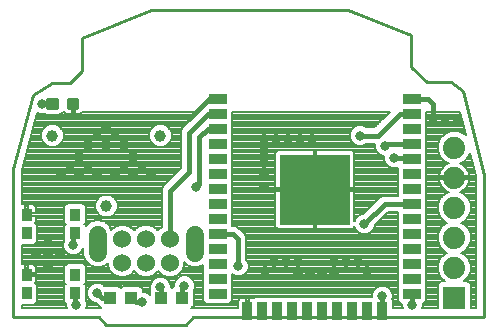
<source format=gtl>
G75*
G70*
%OFA0B0*%
%FSLAX24Y24*%
%IPPOS*%
%LPD*%
%AMOC8*
5,1,8,0,0,1.08239X$1,22.5*
%
%ADD10C,0.0100*%
%ADD11C,0.0600*%
%ADD12C,0.0000*%
%ADD13C,0.0600*%
%ADD14C,0.0394*%
%ADD15R,0.0591X0.0354*%
%ADD16R,0.0354X0.0591*%
%ADD17R,0.2362X0.2362*%
%ADD18R,0.0394X0.0433*%
%ADD19R,0.0354X0.0394*%
%ADD20C,0.0118*%
%ADD21R,0.0740X0.0740*%
%ADD22C,0.0740*%
%ADD23C,0.0080*%
%ADD24C,0.0180*%
%ADD25C,0.0340*%
%ADD26C,0.0320*%
D10*
X003490Y003381D02*
X003740Y003131D01*
X006390Y003131D01*
X006640Y003381D01*
X016340Y003381D01*
X016340Y008131D01*
X015640Y010931D01*
X015240Y011231D01*
X014440Y011231D01*
X013890Y011731D01*
X013890Y012781D01*
X011790Y013631D01*
X005240Y013631D01*
X002940Y012681D01*
X002940Y011581D01*
X002540Y011181D01*
X001940Y011181D01*
X001290Y010781D01*
X000640Y008331D01*
X000640Y003381D01*
X003490Y003381D01*
D11*
X003452Y005531D02*
X003452Y006131D01*
X003452Y005531D01*
X006702Y005531D02*
X006702Y006131D01*
X006702Y005531D01*
D12*
X006527Y005831D02*
X006529Y005857D01*
X006535Y005883D01*
X006544Y005907D01*
X006557Y005930D01*
X006574Y005950D01*
X006593Y005968D01*
X006615Y005983D01*
X006638Y005994D01*
X006663Y006002D01*
X006689Y006006D01*
X006715Y006006D01*
X006741Y006002D01*
X006766Y005994D01*
X006790Y005983D01*
X006811Y005968D01*
X006830Y005950D01*
X006847Y005930D01*
X006860Y005907D01*
X006869Y005883D01*
X006875Y005857D01*
X006877Y005831D01*
X006875Y005805D01*
X006869Y005779D01*
X006860Y005755D01*
X006847Y005732D01*
X006830Y005712D01*
X006811Y005694D01*
X006789Y005679D01*
X006766Y005668D01*
X006741Y005660D01*
X006715Y005656D01*
X006689Y005656D01*
X006663Y005660D01*
X006638Y005668D01*
X006614Y005679D01*
X006593Y005694D01*
X006574Y005712D01*
X006557Y005732D01*
X006544Y005755D01*
X006535Y005779D01*
X006529Y005805D01*
X006527Y005831D01*
X003277Y005831D02*
X003279Y005857D01*
X003285Y005883D01*
X003294Y005907D01*
X003307Y005930D01*
X003324Y005950D01*
X003343Y005968D01*
X003365Y005983D01*
X003388Y005994D01*
X003413Y006002D01*
X003439Y006006D01*
X003465Y006006D01*
X003491Y006002D01*
X003516Y005994D01*
X003540Y005983D01*
X003561Y005968D01*
X003580Y005950D01*
X003597Y005930D01*
X003610Y005907D01*
X003619Y005883D01*
X003625Y005857D01*
X003627Y005831D01*
X003625Y005805D01*
X003619Y005779D01*
X003610Y005755D01*
X003597Y005732D01*
X003580Y005712D01*
X003561Y005694D01*
X003539Y005679D01*
X003516Y005668D01*
X003491Y005660D01*
X003465Y005656D01*
X003439Y005656D01*
X003413Y005660D01*
X003388Y005668D01*
X003364Y005679D01*
X003343Y005694D01*
X003324Y005712D01*
X003307Y005732D01*
X003294Y005755D01*
X003285Y005779D01*
X003279Y005805D01*
X003277Y005831D01*
D13*
X004278Y005981D03*
X005065Y005981D03*
X005852Y005981D03*
X005852Y005194D03*
X005065Y005194D03*
X004278Y005194D03*
D14*
X003740Y007081D03*
X001940Y009431D03*
X005540Y009431D03*
D15*
X007447Y009662D03*
X007447Y009162D03*
X007447Y008662D03*
X007447Y008162D03*
X007447Y007662D03*
X007447Y007162D03*
X007447Y006662D03*
X007447Y006162D03*
X007447Y005662D03*
X007447Y005162D03*
X007447Y004662D03*
X007447Y004162D03*
X013933Y004162D03*
X013933Y004662D03*
X013933Y005162D03*
X013933Y005662D03*
X013933Y006162D03*
X013933Y006662D03*
X013933Y007162D03*
X013933Y007662D03*
X013933Y008162D03*
X013933Y008662D03*
X013933Y009162D03*
X013933Y009662D03*
X013933Y010162D03*
X013933Y010662D03*
X007447Y010662D03*
X007447Y010162D03*
D16*
X008440Y003576D03*
X008940Y003576D03*
X009440Y003576D03*
X009940Y003576D03*
X010440Y003576D03*
X010940Y003576D03*
X011440Y003576D03*
X011940Y003576D03*
X012440Y003576D03*
X012940Y003576D03*
D17*
X010690Y007631D03*
D18*
X006270Y004031D03*
X005560Y004031D03*
X004570Y004031D03*
X003860Y004031D03*
D19*
X002697Y004166D03*
X002697Y004796D03*
X001083Y004796D03*
X001083Y004166D03*
X001083Y006166D03*
X001083Y006796D03*
X002697Y006796D03*
X002697Y006166D03*
D20*
X002497Y010343D02*
X002497Y010619D01*
X002773Y010619D01*
X002773Y010343D01*
X002497Y010343D01*
X002497Y010460D02*
X002773Y010460D01*
X002773Y010577D02*
X002497Y010577D01*
X001807Y010619D02*
X001807Y010343D01*
X001807Y010619D02*
X002083Y010619D01*
X002083Y010343D01*
X001807Y010343D01*
X001807Y010460D02*
X002083Y010460D01*
X002083Y010577D02*
X001807Y010577D01*
D21*
X015340Y004031D03*
D22*
X015340Y005031D03*
X015340Y006031D03*
X015340Y007031D03*
X015340Y008031D03*
X015340Y009031D03*
D23*
X015861Y008851D02*
X015806Y008719D01*
X015894Y008719D01*
X015874Y008797D02*
X015839Y008797D01*
X015861Y008851D02*
X016050Y008095D01*
X016050Y003671D01*
X015890Y003671D01*
X015890Y004475D01*
X015785Y004581D01*
X015668Y004581D01*
X015806Y004719D01*
X015890Y004922D01*
X015890Y005140D01*
X015806Y005342D01*
X015652Y005497D01*
X015570Y005531D01*
X015652Y005565D01*
X015806Y005719D01*
X015890Y005922D01*
X015890Y006140D01*
X015806Y006342D01*
X015652Y006497D01*
X015570Y006531D01*
X015652Y006565D01*
X015806Y006719D01*
X015890Y006922D01*
X015890Y007140D01*
X015806Y007342D01*
X015652Y007497D01*
X015518Y007552D01*
X015536Y007558D01*
X015607Y007595D01*
X015672Y007642D01*
X015729Y007699D01*
X015776Y007764D01*
X015813Y007835D01*
X015837Y007911D01*
X015850Y007991D01*
X015380Y007991D01*
X015380Y008071D01*
X015850Y008071D01*
X015837Y008150D01*
X015813Y008227D01*
X015776Y008298D01*
X015729Y008363D01*
X015672Y008420D01*
X015607Y008467D01*
X015536Y008504D01*
X015518Y008509D01*
X015652Y008565D01*
X015806Y008719D01*
X015727Y008640D02*
X015914Y008640D01*
X015933Y008562D02*
X015645Y008562D01*
X015575Y008483D02*
X015953Y008483D01*
X015973Y008405D02*
X015687Y008405D01*
X015756Y008326D02*
X015992Y008326D01*
X016012Y008248D02*
X015802Y008248D01*
X015831Y008169D02*
X016031Y008169D01*
X016050Y008091D02*
X015847Y008091D01*
X015850Y008071D02*
X015850Y008071D01*
X015850Y007991D02*
X015850Y007991D01*
X015841Y007934D02*
X016050Y007934D01*
X016050Y008012D02*
X015380Y008012D01*
X015300Y008012D02*
X014409Y008012D01*
X014409Y007934D02*
X014839Y007934D01*
X014843Y007911D02*
X014867Y007835D01*
X014904Y007764D01*
X014951Y007699D01*
X015008Y007642D01*
X015073Y007595D01*
X015144Y007558D01*
X015162Y007552D01*
X015028Y007497D01*
X014874Y007342D01*
X014790Y007140D01*
X014790Y006922D01*
X014874Y006719D01*
X015028Y006565D01*
X015110Y006531D01*
X015028Y006497D01*
X014874Y006342D01*
X014790Y006140D01*
X014790Y005922D01*
X014874Y005719D01*
X015028Y005565D01*
X015110Y005531D01*
X015028Y005497D01*
X014874Y005342D01*
X014790Y005140D01*
X014790Y004922D01*
X014874Y004719D01*
X015012Y004581D01*
X014895Y004581D01*
X014790Y004475D01*
X014790Y003671D01*
X014262Y003671D01*
X014280Y003713D01*
X014280Y003805D01*
X014303Y003805D01*
X014409Y003911D01*
X014409Y010231D01*
X015516Y010231D01*
X015715Y009433D01*
X015652Y009497D01*
X015449Y009581D01*
X015231Y009581D01*
X015028Y009497D01*
X014874Y009342D01*
X014790Y009140D01*
X014790Y008922D01*
X014874Y008719D01*
X014409Y008719D01*
X014409Y008797D02*
X014841Y008797D01*
X014874Y008719D02*
X015028Y008565D01*
X015162Y008509D01*
X015144Y008504D01*
X015073Y008467D01*
X015008Y008420D01*
X014951Y008363D01*
X014904Y008298D01*
X014867Y008227D01*
X014843Y008150D01*
X014830Y008071D01*
X014830Y008071D01*
X015300Y008071D01*
X015300Y007991D01*
X014830Y007991D01*
X014830Y007991D01*
X014843Y007911D01*
X014861Y007855D02*
X014409Y007855D01*
X014409Y007777D02*
X014897Y007777D01*
X014951Y007698D02*
X014409Y007698D01*
X014409Y007620D02*
X015038Y007620D01*
X015135Y007541D02*
X014409Y007541D01*
X014409Y007463D02*
X014994Y007463D01*
X014916Y007384D02*
X014409Y007384D01*
X014409Y007306D02*
X014859Y007306D01*
X014826Y007227D02*
X014409Y007227D01*
X014409Y007149D02*
X014794Y007149D01*
X014790Y007070D02*
X014409Y007070D01*
X014409Y006992D02*
X014790Y006992D01*
X014793Y006913D02*
X014409Y006913D01*
X014409Y006835D02*
X014826Y006835D01*
X014858Y006756D02*
X014409Y006756D01*
X014409Y006678D02*
X014915Y006678D01*
X014994Y006599D02*
X014409Y006599D01*
X014409Y006521D02*
X015086Y006521D01*
X014974Y006442D02*
X014409Y006442D01*
X014409Y006364D02*
X014895Y006364D01*
X014850Y006285D02*
X014409Y006285D01*
X014409Y006207D02*
X014818Y006207D01*
X014790Y006128D02*
X014409Y006128D01*
X014409Y006050D02*
X014790Y006050D01*
X014790Y005971D02*
X014409Y005971D01*
X014409Y005893D02*
X014802Y005893D01*
X014834Y005814D02*
X014409Y005814D01*
X014409Y005736D02*
X014867Y005736D01*
X014936Y005657D02*
X014409Y005657D01*
X014409Y005579D02*
X015014Y005579D01*
X015036Y005500D02*
X014409Y005500D01*
X014409Y005422D02*
X014953Y005422D01*
X014875Y005343D02*
X014409Y005343D01*
X014409Y005265D02*
X014842Y005265D01*
X014809Y005186D02*
X014409Y005186D01*
X014409Y005108D02*
X014790Y005108D01*
X014790Y005029D02*
X014409Y005029D01*
X014409Y004951D02*
X014790Y004951D01*
X014810Y004872D02*
X014409Y004872D01*
X014409Y004794D02*
X014843Y004794D01*
X014878Y004715D02*
X014409Y004715D01*
X014409Y004637D02*
X014956Y004637D01*
X014873Y004558D02*
X014409Y004558D01*
X014409Y004480D02*
X014794Y004480D01*
X014790Y004401D02*
X014409Y004401D01*
X014409Y004323D02*
X014790Y004323D01*
X014790Y004244D02*
X014409Y004244D01*
X014409Y004166D02*
X014790Y004166D01*
X014790Y004087D02*
X014409Y004087D01*
X014409Y004009D02*
X014790Y004009D01*
X014790Y003930D02*
X014409Y003930D01*
X014350Y003852D02*
X014790Y003852D01*
X014790Y003773D02*
X014280Y003773D01*
X014272Y003695D02*
X014790Y003695D01*
X015890Y003695D02*
X016050Y003695D01*
X016050Y003773D02*
X015890Y003773D01*
X015890Y003852D02*
X016050Y003852D01*
X016050Y003930D02*
X015890Y003930D01*
X015890Y004009D02*
X016050Y004009D01*
X016050Y004087D02*
X015890Y004087D01*
X015890Y004166D02*
X016050Y004166D01*
X016050Y004244D02*
X015890Y004244D01*
X015890Y004323D02*
X016050Y004323D01*
X016050Y004401D02*
X015890Y004401D01*
X015886Y004480D02*
X016050Y004480D01*
X016050Y004558D02*
X015807Y004558D01*
X015724Y004637D02*
X016050Y004637D01*
X016050Y004715D02*
X015802Y004715D01*
X015837Y004794D02*
X016050Y004794D01*
X016050Y004872D02*
X015870Y004872D01*
X015890Y004951D02*
X016050Y004951D01*
X016050Y005029D02*
X015890Y005029D01*
X015890Y005108D02*
X016050Y005108D01*
X016050Y005186D02*
X015871Y005186D01*
X015838Y005265D02*
X016050Y005265D01*
X016050Y005343D02*
X015805Y005343D01*
X015727Y005422D02*
X016050Y005422D01*
X016050Y005500D02*
X015644Y005500D01*
X015666Y005579D02*
X016050Y005579D01*
X016050Y005657D02*
X015744Y005657D01*
X015813Y005736D02*
X016050Y005736D01*
X016050Y005814D02*
X015846Y005814D01*
X015878Y005893D02*
X016050Y005893D01*
X016050Y005971D02*
X015890Y005971D01*
X015890Y006050D02*
X016050Y006050D01*
X016050Y006128D02*
X015890Y006128D01*
X015862Y006207D02*
X016050Y006207D01*
X016050Y006285D02*
X015830Y006285D01*
X015785Y006364D02*
X016050Y006364D01*
X016050Y006442D02*
X015706Y006442D01*
X015594Y006521D02*
X016050Y006521D01*
X016050Y006599D02*
X015686Y006599D01*
X015765Y006678D02*
X016050Y006678D01*
X016050Y006756D02*
X015822Y006756D01*
X015854Y006835D02*
X016050Y006835D01*
X016050Y006913D02*
X015887Y006913D01*
X015890Y006992D02*
X016050Y006992D01*
X016050Y007070D02*
X015890Y007070D01*
X015886Y007149D02*
X016050Y007149D01*
X016050Y007227D02*
X015854Y007227D01*
X015821Y007306D02*
X016050Y007306D01*
X016050Y007384D02*
X015764Y007384D01*
X015686Y007463D02*
X016050Y007463D01*
X016050Y007541D02*
X015545Y007541D01*
X015642Y007620D02*
X016050Y007620D01*
X016050Y007698D02*
X015729Y007698D01*
X015783Y007777D02*
X016050Y007777D01*
X016050Y007855D02*
X015819Y007855D01*
X014993Y008405D02*
X014409Y008405D01*
X014409Y008483D02*
X015105Y008483D01*
X015035Y008562D02*
X014409Y008562D01*
X014409Y008640D02*
X014953Y008640D01*
X014809Y008876D02*
X014409Y008876D01*
X014409Y008954D02*
X014790Y008954D01*
X014790Y009033D02*
X014409Y009033D01*
X014409Y009111D02*
X014790Y009111D01*
X014811Y009190D02*
X014409Y009190D01*
X014409Y009268D02*
X014843Y009268D01*
X014878Y009347D02*
X014409Y009347D01*
X014409Y009425D02*
X014957Y009425D01*
X015045Y009504D02*
X014409Y009504D01*
X014409Y009582D02*
X015678Y009582D01*
X015698Y009504D02*
X015635Y009504D01*
X015659Y009661D02*
X014409Y009661D01*
X014409Y009739D02*
X015639Y009739D01*
X015619Y009818D02*
X014409Y009818D01*
X014409Y009896D02*
X015600Y009896D01*
X015580Y009975D02*
X014409Y009975D01*
X014409Y010053D02*
X015560Y010053D01*
X015541Y010132D02*
X014409Y010132D01*
X014409Y010210D02*
X015521Y010210D01*
X014924Y008326D02*
X014409Y008326D01*
X014409Y008248D02*
X014878Y008248D01*
X014849Y008169D02*
X014409Y008169D01*
X014409Y008091D02*
X014833Y008091D01*
X013458Y008091D02*
X012011Y008091D01*
X012011Y008169D02*
X013458Y008169D01*
X013458Y008248D02*
X012011Y008248D01*
X012011Y008326D02*
X013458Y008326D01*
X013458Y008362D02*
X013458Y007432D01*
X012968Y007432D01*
X012869Y007391D01*
X012298Y006821D01*
X012272Y006821D01*
X012147Y006769D01*
X012052Y006673D01*
X012011Y006575D01*
X012011Y007591D01*
X010730Y007591D01*
X010730Y007671D01*
X010650Y007671D01*
X010650Y008952D01*
X009490Y008952D01*
X009455Y008942D01*
X009423Y008924D01*
X009397Y008898D01*
X009378Y008866D01*
X009369Y008830D01*
X009369Y007671D01*
X010650Y007671D01*
X010650Y007591D01*
X009369Y007591D01*
X009369Y006431D01*
X009378Y006396D01*
X009397Y006364D01*
X008139Y006364D01*
X008111Y006391D02*
X008012Y006432D01*
X007922Y006432D01*
X007922Y010231D01*
X013208Y010231D01*
X012678Y009701D01*
X012401Y009701D01*
X012383Y009719D01*
X012258Y009771D01*
X012122Y009771D01*
X011997Y009719D01*
X011902Y009623D01*
X011850Y009499D01*
X011850Y009363D01*
X011902Y009238D01*
X011997Y009143D01*
X012122Y009091D01*
X012258Y009091D01*
X012383Y009143D01*
X012401Y009161D01*
X012705Y009161D01*
X012700Y009149D01*
X012700Y009013D01*
X012752Y008888D01*
X012847Y008793D01*
X012972Y008741D01*
X013000Y008741D01*
X013000Y008613D01*
X013052Y008488D01*
X013147Y008393D01*
X013272Y008341D01*
X013408Y008341D01*
X013458Y008362D01*
X013135Y008405D02*
X012011Y008405D01*
X012011Y008483D02*
X013057Y008483D01*
X013021Y008562D02*
X012011Y008562D01*
X012011Y008640D02*
X013000Y008640D01*
X013000Y008719D02*
X012011Y008719D01*
X012011Y008797D02*
X012843Y008797D01*
X012764Y008876D02*
X011996Y008876D01*
X012002Y008866D02*
X011983Y008898D01*
X011957Y008924D01*
X011925Y008942D01*
X011890Y008952D01*
X010730Y008952D01*
X010730Y007671D01*
X012011Y007671D01*
X012011Y008830D01*
X012002Y008866D01*
X012073Y009111D02*
X007922Y009111D01*
X007922Y009033D02*
X012700Y009033D01*
X012700Y009111D02*
X012307Y009111D01*
X011950Y009190D02*
X007922Y009190D01*
X007922Y009268D02*
X011889Y009268D01*
X011857Y009347D02*
X007922Y009347D01*
X007922Y009425D02*
X011850Y009425D01*
X011852Y009504D02*
X007922Y009504D01*
X007922Y009582D02*
X011885Y009582D01*
X011939Y009661D02*
X007922Y009661D01*
X007922Y009739D02*
X012046Y009739D01*
X012334Y009739D02*
X012717Y009739D01*
X012795Y009818D02*
X007922Y009818D01*
X007922Y009896D02*
X012874Y009896D01*
X012952Y009975D02*
X007922Y009975D01*
X007922Y010053D02*
X013031Y010053D01*
X013109Y010132D02*
X007922Y010132D01*
X007922Y010210D02*
X013188Y010210D01*
X012724Y008954D02*
X007922Y008954D01*
X007922Y008876D02*
X009384Y008876D01*
X009369Y008797D02*
X007922Y008797D01*
X007922Y008719D02*
X009369Y008719D01*
X009369Y008640D02*
X007922Y008640D01*
X007922Y008562D02*
X009369Y008562D01*
X009369Y008483D02*
X007922Y008483D01*
X007922Y008405D02*
X009369Y008405D01*
X009369Y008326D02*
X007922Y008326D01*
X007922Y008248D02*
X009369Y008248D01*
X009369Y008169D02*
X007922Y008169D01*
X007922Y008091D02*
X009369Y008091D01*
X009369Y008012D02*
X007922Y008012D01*
X007922Y007934D02*
X009369Y007934D01*
X009369Y007855D02*
X007922Y007855D01*
X007922Y007777D02*
X009369Y007777D01*
X009369Y007698D02*
X007922Y007698D01*
X007922Y007620D02*
X010650Y007620D01*
X010650Y007591D02*
X010730Y007591D01*
X010730Y006310D01*
X011890Y006310D01*
X011925Y006319D01*
X011957Y006338D01*
X011983Y006364D01*
X012020Y006364D01*
X012002Y006396D02*
X012004Y006404D01*
X012052Y006288D01*
X012147Y006193D01*
X012272Y006141D01*
X012408Y006141D01*
X012533Y006193D01*
X012628Y006288D01*
X012680Y006413D01*
X012680Y006439D01*
X013133Y006892D01*
X013458Y006892D01*
X013458Y003911D01*
X013563Y003805D01*
X013600Y003805D01*
X013600Y003713D01*
X013618Y003671D01*
X013297Y003671D01*
X013297Y003946D01*
X013265Y003978D01*
X013280Y004013D01*
X013280Y004149D01*
X013228Y004273D01*
X013133Y004369D01*
X013008Y004421D01*
X012872Y004421D01*
X012747Y004369D01*
X012652Y004273D01*
X012600Y004149D01*
X012600Y004051D01*
X008688Y004051D01*
X008646Y004008D01*
X008636Y004011D01*
X008480Y004011D01*
X008480Y003671D01*
X008400Y003671D01*
X008400Y004011D01*
X008244Y004011D01*
X008209Y004002D01*
X008177Y003983D01*
X008151Y003957D01*
X008132Y003925D01*
X008123Y003889D01*
X008123Y003671D01*
X006582Y003671D01*
X006574Y003668D01*
X006646Y003740D01*
X006646Y004282D01*
X006680Y004363D01*
X006680Y004499D01*
X006628Y004623D01*
X006533Y004719D01*
X006408Y004771D01*
X006272Y004771D01*
X006147Y004719D01*
X006052Y004623D01*
X006000Y004499D01*
X006000Y004427D01*
X005998Y004427D01*
X005915Y004344D01*
X005880Y004379D01*
X005880Y004449D01*
X005828Y004573D01*
X005733Y004669D01*
X005608Y004721D01*
X005472Y004721D01*
X005347Y004669D01*
X005252Y004573D01*
X005200Y004449D01*
X005200Y004338D01*
X005184Y004322D01*
X005184Y004118D01*
X005133Y004169D01*
X005008Y004221D01*
X004946Y004221D01*
X004946Y004322D01*
X004841Y004427D01*
X004298Y004427D01*
X004215Y004344D01*
X004132Y004427D01*
X003674Y004427D01*
X003633Y004469D01*
X003508Y004521D01*
X003372Y004521D01*
X003247Y004469D01*
X003152Y004373D01*
X003100Y004249D01*
X003100Y004113D01*
X003152Y003988D01*
X003247Y003893D01*
X003372Y003841D01*
X003398Y003841D01*
X003437Y003802D01*
X003484Y003783D01*
X003484Y003740D01*
X003556Y003668D01*
X003548Y003671D01*
X003062Y003671D01*
X003080Y003713D01*
X003080Y003849D01*
X003054Y003911D01*
X003054Y004437D01*
X003011Y004481D01*
X003054Y004524D01*
X003054Y005067D01*
X002949Y005173D01*
X002445Y005173D01*
X002340Y005067D01*
X002340Y004524D01*
X002383Y004481D01*
X002340Y004437D01*
X002340Y003895D01*
X002400Y003834D01*
X002400Y003713D01*
X002418Y003671D01*
X000930Y003671D01*
X000930Y003789D01*
X001335Y003789D01*
X001440Y003895D01*
X001440Y004437D01*
X001368Y004509D01*
X001372Y004513D01*
X001391Y004545D01*
X001400Y004581D01*
X001400Y004756D01*
X001123Y004756D01*
X001123Y004836D01*
X001043Y004836D01*
X001043Y005133D01*
X000930Y005133D01*
X000930Y005789D01*
X001335Y005789D01*
X001440Y005895D01*
X001440Y006437D01*
X001368Y006509D01*
X001372Y006513D01*
X001391Y006545D01*
X001400Y006581D01*
X001400Y006756D01*
X001123Y006756D01*
X001123Y006836D01*
X001043Y006836D01*
X001043Y007133D01*
X000930Y007133D01*
X000930Y008293D01*
X001430Y010179D01*
X001522Y010141D01*
X001658Y010141D01*
X001667Y010145D01*
X001672Y010140D01*
X001759Y010104D01*
X002130Y010104D01*
X002218Y010140D01*
X002285Y010208D01*
X002295Y010231D01*
X002332Y010231D01*
X002338Y010221D01*
X002375Y010184D01*
X002421Y010158D01*
X002471Y010144D01*
X002595Y010144D01*
X002595Y010231D01*
X002675Y010231D01*
X002675Y010144D01*
X002799Y010144D01*
X002850Y010158D01*
X002895Y010184D01*
X002932Y010221D01*
X002938Y010231D01*
X006808Y010231D01*
X006337Y009760D01*
X006261Y009684D01*
X006220Y009585D01*
X006220Y008343D01*
X005699Y007822D01*
X005624Y007746D01*
X005582Y007647D01*
X005582Y006389D01*
X005581Y006388D01*
X005459Y006266D01*
X005337Y006388D01*
X005160Y006461D01*
X004970Y006461D01*
X004793Y006388D01*
X004671Y006266D01*
X004549Y006388D01*
X004373Y006461D01*
X004182Y006461D01*
X004006Y006388D01*
X003907Y006289D01*
X003859Y006403D01*
X003724Y006538D01*
X003548Y006611D01*
X003357Y006611D01*
X003181Y006538D01*
X003054Y006412D01*
X003054Y006437D01*
X003011Y006481D01*
X003054Y006524D01*
X003054Y007067D01*
X002949Y007173D01*
X002445Y007173D01*
X002340Y007067D01*
X002340Y006524D01*
X002383Y006481D01*
X002340Y006437D01*
X002340Y005945D01*
X002300Y005849D01*
X002300Y005713D01*
X002352Y005588D01*
X002447Y005493D01*
X002572Y005441D01*
X002708Y005441D01*
X002833Y005493D01*
X002928Y005588D01*
X002972Y005695D01*
X002972Y005435D01*
X003045Y005259D01*
X003181Y005124D01*
X003357Y005051D01*
X003548Y005051D01*
X003724Y005124D01*
X003798Y005197D01*
X003798Y005098D01*
X003871Y004922D01*
X004006Y004787D01*
X004182Y004714D01*
X004373Y004714D01*
X004549Y004787D01*
X004671Y004908D01*
X004793Y004787D01*
X004970Y004714D01*
X005160Y004714D01*
X005337Y004787D01*
X005459Y004908D01*
X005581Y004787D01*
X005757Y004714D01*
X005948Y004714D01*
X006124Y004787D01*
X006259Y004922D01*
X006332Y005098D01*
X006332Y005222D01*
X006431Y005124D01*
X006607Y005051D01*
X006798Y005051D01*
X006971Y005123D01*
X006971Y003911D01*
X007077Y003805D01*
X007817Y003805D01*
X007922Y003911D01*
X007922Y004818D01*
X007947Y004793D01*
X008072Y004741D01*
X008208Y004741D01*
X008333Y004793D01*
X008428Y004888D01*
X008480Y005013D01*
X008480Y005149D01*
X008428Y005273D01*
X008410Y005292D01*
X008410Y006035D01*
X008369Y006134D01*
X008293Y006210D01*
X008111Y006391D01*
X008217Y006285D02*
X012055Y006285D01*
X011983Y006364D02*
X012002Y006396D01*
X012011Y006599D02*
X012021Y006599D01*
X012011Y006678D02*
X012056Y006678D01*
X012011Y006756D02*
X012135Y006756D01*
X012011Y006835D02*
X012312Y006835D01*
X012391Y006913D02*
X012011Y006913D01*
X012011Y006992D02*
X012469Y006992D01*
X012548Y007070D02*
X012011Y007070D01*
X012011Y007149D02*
X012626Y007149D01*
X012705Y007227D02*
X012011Y007227D01*
X012011Y007306D02*
X012783Y007306D01*
X012862Y007384D02*
X012011Y007384D01*
X012011Y007463D02*
X013458Y007463D01*
X013458Y007541D02*
X012011Y007541D01*
X012011Y007698D02*
X013458Y007698D01*
X013458Y007620D02*
X010730Y007620D01*
X010730Y007698D02*
X010650Y007698D01*
X010650Y007777D02*
X010730Y007777D01*
X010730Y007855D02*
X010650Y007855D01*
X010650Y007934D02*
X010730Y007934D01*
X010730Y008012D02*
X010650Y008012D01*
X010650Y008091D02*
X010730Y008091D01*
X010730Y008169D02*
X010650Y008169D01*
X010650Y008248D02*
X010730Y008248D01*
X010730Y008326D02*
X010650Y008326D01*
X010650Y008405D02*
X010730Y008405D01*
X010730Y008483D02*
X010650Y008483D01*
X010650Y008562D02*
X010730Y008562D01*
X010730Y008640D02*
X010650Y008640D01*
X010650Y008719D02*
X010730Y008719D01*
X010730Y008797D02*
X010650Y008797D01*
X010650Y008876D02*
X010730Y008876D01*
X012011Y008012D02*
X013458Y008012D01*
X013458Y007934D02*
X012011Y007934D01*
X012011Y007855D02*
X013458Y007855D01*
X013458Y007777D02*
X012011Y007777D01*
X010730Y007541D02*
X010650Y007541D01*
X010650Y007591D02*
X010650Y006310D01*
X009490Y006310D01*
X009455Y006319D01*
X009423Y006338D01*
X009397Y006364D01*
X009369Y006442D02*
X007922Y006442D01*
X007922Y006521D02*
X009369Y006521D01*
X009369Y006599D02*
X007922Y006599D01*
X007922Y006678D02*
X009369Y006678D01*
X009369Y006756D02*
X007922Y006756D01*
X007922Y006835D02*
X009369Y006835D01*
X009369Y006913D02*
X007922Y006913D01*
X007922Y006992D02*
X009369Y006992D01*
X009369Y007070D02*
X007922Y007070D01*
X007922Y007149D02*
X009369Y007149D01*
X009369Y007227D02*
X007922Y007227D01*
X007922Y007306D02*
X009369Y007306D01*
X009369Y007384D02*
X007922Y007384D01*
X007922Y007463D02*
X009369Y007463D01*
X009369Y007541D02*
X007922Y007541D01*
X008296Y006207D02*
X012133Y006207D01*
X012547Y006207D02*
X013458Y006207D01*
X013458Y006285D02*
X012625Y006285D01*
X012660Y006364D02*
X013458Y006364D01*
X013458Y006442D02*
X012683Y006442D01*
X012762Y006521D02*
X013458Y006521D01*
X013458Y006599D02*
X012840Y006599D01*
X012919Y006678D02*
X013458Y006678D01*
X013458Y006756D02*
X012997Y006756D01*
X013076Y006835D02*
X013458Y006835D01*
X013458Y006128D02*
X008371Y006128D01*
X008404Y006050D02*
X013458Y006050D01*
X013458Y005971D02*
X008410Y005971D01*
X008410Y005893D02*
X013458Y005893D01*
X013458Y005814D02*
X008410Y005814D01*
X008410Y005736D02*
X013458Y005736D01*
X013458Y005657D02*
X008410Y005657D01*
X008410Y005579D02*
X013458Y005579D01*
X013458Y005500D02*
X008410Y005500D01*
X008410Y005422D02*
X013458Y005422D01*
X013458Y005343D02*
X008410Y005343D01*
X008432Y005265D02*
X013458Y005265D01*
X013458Y005186D02*
X008464Y005186D01*
X008480Y005108D02*
X013458Y005108D01*
X013458Y005029D02*
X008480Y005029D01*
X008454Y004951D02*
X013458Y004951D01*
X013458Y004872D02*
X008412Y004872D01*
X008334Y004794D02*
X013458Y004794D01*
X013458Y004715D02*
X007922Y004715D01*
X007922Y004637D02*
X013458Y004637D01*
X013458Y004558D02*
X007922Y004558D01*
X007922Y004480D02*
X013458Y004480D01*
X013458Y004401D02*
X013055Y004401D01*
X013179Y004323D02*
X013458Y004323D01*
X013458Y004244D02*
X013240Y004244D01*
X013273Y004166D02*
X013458Y004166D01*
X013458Y004087D02*
X013280Y004087D01*
X013278Y004009D02*
X013458Y004009D01*
X013458Y003930D02*
X013297Y003930D01*
X013297Y003852D02*
X013517Y003852D01*
X013600Y003773D02*
X013297Y003773D01*
X013297Y003695D02*
X013608Y003695D01*
X012825Y004401D02*
X007922Y004401D01*
X007922Y004323D02*
X012701Y004323D01*
X012640Y004244D02*
X007922Y004244D01*
X007922Y004166D02*
X012607Y004166D01*
X012600Y004087D02*
X007922Y004087D01*
X007922Y004009D02*
X008236Y004009D01*
X008135Y003930D02*
X007922Y003930D01*
X007863Y003852D02*
X008123Y003852D01*
X008123Y003773D02*
X006646Y003773D01*
X006646Y003852D02*
X007030Y003852D01*
X006971Y003930D02*
X006646Y003930D01*
X006646Y004009D02*
X006971Y004009D01*
X006971Y004087D02*
X006646Y004087D01*
X006646Y004166D02*
X006971Y004166D01*
X006971Y004244D02*
X006646Y004244D01*
X006663Y004323D02*
X006971Y004323D01*
X006971Y004401D02*
X006680Y004401D01*
X006680Y004480D02*
X006971Y004480D01*
X006971Y004558D02*
X006655Y004558D01*
X006615Y004637D02*
X006971Y004637D01*
X006971Y004715D02*
X006536Y004715D01*
X006271Y004951D02*
X006971Y004951D01*
X006971Y005029D02*
X006304Y005029D01*
X006332Y005108D02*
X006469Y005108D01*
X006368Y005186D02*
X006332Y005186D01*
X006210Y004872D02*
X006971Y004872D01*
X006971Y004794D02*
X006132Y004794D01*
X006144Y004715D02*
X005952Y004715D01*
X006065Y004637D02*
X005765Y004637D01*
X005752Y004715D02*
X005621Y004715D01*
X005573Y004794D02*
X005344Y004794D01*
X005423Y004872D02*
X005495Y004872D01*
X005459Y004715D02*
X005165Y004715D01*
X005315Y004637D02*
X003054Y004637D01*
X003054Y004715D02*
X004178Y004715D01*
X003998Y004794D02*
X003054Y004794D01*
X003054Y004872D02*
X003920Y004872D01*
X003859Y004951D02*
X003054Y004951D01*
X003054Y005029D02*
X003826Y005029D01*
X003798Y005108D02*
X003686Y005108D01*
X003787Y005186D02*
X003798Y005186D01*
X004378Y004715D02*
X004965Y004715D01*
X004786Y004794D02*
X004557Y004794D01*
X004635Y004872D02*
X004707Y004872D01*
X005246Y004558D02*
X003054Y004558D01*
X003012Y004480D02*
X003273Y004480D01*
X003180Y004401D02*
X003054Y004401D01*
X003054Y004323D02*
X003131Y004323D01*
X003100Y004244D02*
X003054Y004244D01*
X003054Y004166D02*
X003100Y004166D01*
X003111Y004087D02*
X003054Y004087D01*
X003054Y004009D02*
X003143Y004009D01*
X003210Y003930D02*
X003054Y003930D01*
X003079Y003852D02*
X003346Y003852D01*
X003484Y003773D02*
X003080Y003773D01*
X003072Y003695D02*
X003528Y003695D01*
X004158Y004401D02*
X004272Y004401D01*
X004867Y004401D02*
X005200Y004401D01*
X005184Y004323D02*
X004946Y004323D01*
X004946Y004244D02*
X005184Y004244D01*
X005184Y004166D02*
X005136Y004166D01*
X005213Y004480D02*
X003607Y004480D01*
X003219Y005108D02*
X003014Y005108D01*
X003118Y005186D02*
X000930Y005186D01*
X000930Y005265D02*
X003043Y005265D01*
X003011Y005343D02*
X000930Y005343D01*
X000930Y005422D02*
X002978Y005422D01*
X002972Y005500D02*
X002840Y005500D01*
X002919Y005579D02*
X002972Y005579D01*
X002972Y005657D02*
X002957Y005657D01*
X002440Y005500D02*
X000930Y005500D01*
X000930Y005579D02*
X002361Y005579D01*
X002323Y005657D02*
X000930Y005657D01*
X000930Y005736D02*
X002300Y005736D01*
X002300Y005814D02*
X001360Y005814D01*
X001438Y005893D02*
X002318Y005893D01*
X002340Y005971D02*
X001440Y005971D01*
X001440Y006050D02*
X002340Y006050D01*
X002340Y006128D02*
X001440Y006128D01*
X001440Y006207D02*
X002340Y006207D01*
X002340Y006285D02*
X001440Y006285D01*
X001440Y006364D02*
X002340Y006364D01*
X002345Y006442D02*
X001435Y006442D01*
X001377Y006521D02*
X002343Y006521D01*
X002340Y006599D02*
X001400Y006599D01*
X001400Y006678D02*
X002340Y006678D01*
X002340Y006756D02*
X001123Y006756D01*
X001123Y006835D02*
X002340Y006835D01*
X002340Y006913D02*
X001400Y006913D01*
X001400Y006836D02*
X001400Y007011D01*
X001391Y007047D01*
X001372Y007079D01*
X001346Y007105D01*
X001314Y007123D01*
X001279Y007133D01*
X001123Y007133D01*
X001123Y006836D01*
X001400Y006836D01*
X001400Y006992D02*
X002340Y006992D01*
X002343Y007070D02*
X001377Y007070D01*
X001123Y007070D02*
X001043Y007070D01*
X001043Y006992D02*
X001123Y006992D01*
X001123Y006913D02*
X001043Y006913D01*
X000930Y007149D02*
X002422Y007149D01*
X002973Y007149D02*
X003363Y007149D01*
X003363Y007156D02*
X003363Y007006D01*
X003421Y006867D01*
X003527Y006761D01*
X003665Y006704D01*
X003815Y006704D01*
X003953Y006761D01*
X004059Y006867D01*
X004117Y007006D01*
X004117Y007156D01*
X004059Y007294D01*
X003953Y007400D01*
X003815Y007458D01*
X003665Y007458D01*
X003527Y007400D01*
X003421Y007294D01*
X003363Y007156D01*
X003393Y007227D02*
X000930Y007227D01*
X000930Y007306D02*
X003432Y007306D01*
X003511Y007384D02*
X000930Y007384D01*
X000930Y007463D02*
X005582Y007463D01*
X005582Y007541D02*
X000930Y007541D01*
X000930Y007620D02*
X005582Y007620D01*
X005604Y007698D02*
X000930Y007698D01*
X000930Y007777D02*
X005654Y007777D01*
X005733Y007855D02*
X000930Y007855D01*
X000930Y007934D02*
X005811Y007934D01*
X005890Y008012D02*
X000930Y008012D01*
X000930Y008091D02*
X005968Y008091D01*
X006047Y008169D02*
X000930Y008169D01*
X000930Y008248D02*
X006125Y008248D01*
X006204Y008326D02*
X000939Y008326D01*
X000960Y008405D02*
X006220Y008405D01*
X006220Y008483D02*
X000980Y008483D01*
X001001Y008562D02*
X006220Y008562D01*
X006220Y008640D02*
X001022Y008640D01*
X001043Y008719D02*
X006220Y008719D01*
X006220Y008797D02*
X001064Y008797D01*
X001085Y008876D02*
X006220Y008876D01*
X006220Y008954D02*
X001105Y008954D01*
X001126Y009033D02*
X006220Y009033D01*
X006220Y009111D02*
X005753Y009111D01*
X005859Y009217D01*
X005917Y009356D01*
X005917Y009506D01*
X005859Y009644D01*
X005753Y009750D01*
X005615Y009808D01*
X005465Y009808D01*
X005327Y009750D01*
X005221Y009644D01*
X005163Y009506D01*
X005163Y009356D01*
X005221Y009217D01*
X005327Y009111D01*
X002153Y009111D01*
X002259Y009217D01*
X002317Y009356D01*
X002317Y009506D01*
X002259Y009644D01*
X002153Y009750D01*
X002015Y009808D01*
X001865Y009808D01*
X001727Y009750D01*
X001621Y009644D01*
X001563Y009506D01*
X001563Y009356D01*
X001621Y009217D01*
X001727Y009111D01*
X001147Y009111D01*
X001168Y009190D02*
X001648Y009190D01*
X001599Y009268D02*
X001189Y009268D01*
X001210Y009347D02*
X001567Y009347D01*
X001563Y009425D02*
X001230Y009425D01*
X001251Y009504D02*
X001563Y009504D01*
X001595Y009582D02*
X001272Y009582D01*
X001293Y009661D02*
X001637Y009661D01*
X001716Y009739D02*
X001314Y009739D01*
X001335Y009818D02*
X006395Y009818D01*
X006317Y009739D02*
X005764Y009739D01*
X005843Y009661D02*
X006252Y009661D01*
X006220Y009582D02*
X005885Y009582D01*
X005917Y009504D02*
X006220Y009504D01*
X006220Y009425D02*
X005917Y009425D01*
X005913Y009347D02*
X006220Y009347D01*
X006220Y009268D02*
X005881Y009268D01*
X005832Y009190D02*
X006220Y009190D01*
X005753Y009111D02*
X005615Y009054D01*
X005465Y009054D01*
X005327Y009111D01*
X005248Y009190D02*
X002232Y009190D01*
X002281Y009268D02*
X005199Y009268D01*
X005167Y009347D02*
X002313Y009347D01*
X002317Y009425D02*
X005163Y009425D01*
X005163Y009504D02*
X002317Y009504D01*
X002285Y009582D02*
X005195Y009582D01*
X005237Y009661D02*
X002243Y009661D01*
X002164Y009739D02*
X005316Y009739D01*
X006474Y009896D02*
X001355Y009896D01*
X001376Y009975D02*
X006552Y009975D01*
X006631Y010053D02*
X001397Y010053D01*
X001418Y010132D02*
X001692Y010132D01*
X002197Y010132D02*
X006709Y010132D01*
X006788Y010210D02*
X002922Y010210D01*
X002675Y010210D02*
X002595Y010210D01*
X002349Y010210D02*
X002286Y010210D01*
X002153Y009111D02*
X002015Y009054D01*
X001865Y009054D01*
X001727Y009111D01*
X003969Y007384D02*
X005582Y007384D01*
X005582Y007306D02*
X004048Y007306D01*
X004087Y007227D02*
X005582Y007227D01*
X005582Y007149D02*
X004117Y007149D01*
X004117Y007070D02*
X005582Y007070D01*
X005582Y006992D02*
X004111Y006992D01*
X004079Y006913D02*
X005582Y006913D01*
X005582Y006835D02*
X004027Y006835D01*
X003941Y006756D02*
X005582Y006756D01*
X005582Y006678D02*
X003054Y006678D01*
X003054Y006756D02*
X003539Y006756D01*
X003453Y006835D02*
X003054Y006835D01*
X003054Y006913D02*
X003401Y006913D01*
X003369Y006992D02*
X003054Y006992D01*
X003051Y007070D02*
X003363Y007070D01*
X003329Y006599D02*
X003054Y006599D01*
X003051Y006521D02*
X003164Y006521D01*
X003085Y006442D02*
X003049Y006442D01*
X003576Y006599D02*
X005582Y006599D01*
X005582Y006521D02*
X003741Y006521D01*
X003820Y006442D02*
X004137Y006442D01*
X003982Y006364D02*
X003875Y006364D01*
X004418Y006442D02*
X004925Y006442D01*
X004769Y006364D02*
X004573Y006364D01*
X004652Y006285D02*
X004691Y006285D01*
X005205Y006442D02*
X005582Y006442D01*
X005557Y006364D02*
X005361Y006364D01*
X005439Y006285D02*
X005478Y006285D01*
X006935Y005108D02*
X006971Y005108D01*
X006025Y004558D02*
X005834Y004558D01*
X005867Y004480D02*
X006000Y004480D01*
X005972Y004401D02*
X005880Y004401D01*
X006602Y003695D02*
X008123Y003695D01*
X008400Y003695D02*
X008480Y003695D01*
X008480Y003773D02*
X008400Y003773D01*
X008400Y003852D02*
X008480Y003852D01*
X008480Y003930D02*
X008400Y003930D01*
X008400Y004009D02*
X008480Y004009D01*
X008644Y004009D02*
X008646Y004009D01*
X007946Y004794D02*
X007922Y004794D01*
X010650Y006364D02*
X010730Y006364D01*
X010730Y006442D02*
X010650Y006442D01*
X010650Y006521D02*
X010730Y006521D01*
X010730Y006599D02*
X010650Y006599D01*
X010650Y006678D02*
X010730Y006678D01*
X010730Y006756D02*
X010650Y006756D01*
X010650Y006835D02*
X010730Y006835D01*
X010730Y006913D02*
X010650Y006913D01*
X010650Y006992D02*
X010730Y006992D01*
X010730Y007070D02*
X010650Y007070D01*
X010650Y007149D02*
X010730Y007149D01*
X010730Y007227D02*
X010650Y007227D01*
X010650Y007306D02*
X010730Y007306D01*
X010730Y007384D02*
X010650Y007384D01*
X010650Y007463D02*
X010730Y007463D01*
X002400Y003773D02*
X000930Y003773D01*
X000930Y003695D02*
X002408Y003695D01*
X002383Y003852D02*
X001397Y003852D01*
X001440Y003930D02*
X002340Y003930D01*
X002340Y004009D02*
X001440Y004009D01*
X001440Y004087D02*
X002340Y004087D01*
X002340Y004166D02*
X001440Y004166D01*
X001440Y004244D02*
X002340Y004244D01*
X002340Y004323D02*
X001440Y004323D01*
X001440Y004401D02*
X002340Y004401D01*
X002382Y004480D02*
X001398Y004480D01*
X001394Y004558D02*
X002340Y004558D01*
X002340Y004637D02*
X001400Y004637D01*
X001400Y004715D02*
X002340Y004715D01*
X002340Y004794D02*
X001123Y004794D01*
X001123Y004836D02*
X001400Y004836D01*
X001400Y005011D01*
X001391Y005047D01*
X001372Y005079D01*
X001346Y005105D01*
X001314Y005123D01*
X001279Y005133D01*
X001123Y005133D01*
X001123Y004836D01*
X001123Y004872D02*
X001043Y004872D01*
X001043Y004951D02*
X001123Y004951D01*
X001123Y005029D02*
X001043Y005029D01*
X001043Y005108D02*
X001123Y005108D01*
X001341Y005108D02*
X002381Y005108D01*
X002340Y005029D02*
X001395Y005029D01*
X001400Y004951D02*
X002340Y004951D01*
X002340Y004872D02*
X001400Y004872D01*
D24*
X002697Y004166D02*
X002697Y003824D01*
X002740Y003781D01*
X003440Y004181D02*
X003590Y004031D01*
X003860Y004031D01*
X004570Y004031D02*
X004720Y003881D01*
X004940Y003881D01*
X005560Y004031D02*
X005560Y004361D01*
X005540Y004381D01*
X006270Y004361D02*
X006270Y004031D01*
X006270Y004361D02*
X006340Y004431D01*
X008140Y005081D02*
X008140Y005981D01*
X007959Y006162D01*
X007447Y006162D01*
X005852Y005981D02*
X005852Y007593D01*
X006490Y008231D01*
X006490Y009531D01*
X007121Y010162D01*
X007447Y010162D01*
X007447Y009662D02*
X007121Y009662D01*
X006840Y009381D01*
X006840Y007831D01*
X006740Y007731D01*
X006490Y009981D02*
X007171Y010662D01*
X007447Y010662D01*
X002635Y010481D02*
X002635Y010136D01*
X001945Y010481D02*
X001590Y010481D01*
X002697Y006166D02*
X002640Y006109D01*
X002640Y005781D01*
X012190Y009431D02*
X012790Y009431D01*
X013521Y010162D01*
X013933Y010162D01*
X013933Y010662D02*
X014459Y010662D01*
X014640Y010481D01*
X014640Y009981D01*
X013933Y009162D02*
X013121Y009162D01*
X013040Y009081D01*
X013340Y008681D02*
X013915Y008681D01*
X013933Y008662D01*
X013933Y007162D02*
X013021Y007162D01*
X012340Y006481D01*
X013933Y004162D02*
X013933Y003788D01*
X013940Y003781D01*
X012940Y003576D02*
X012940Y004081D01*
D25*
X012440Y004931D03*
X012140Y005231D03*
X011740Y005231D03*
X011340Y005231D03*
X011340Y004831D03*
X010940Y004831D03*
X010540Y004831D03*
X010140Y004831D03*
X010140Y005231D03*
X009740Y005231D03*
X009340Y005231D03*
X009040Y004931D03*
X008990Y007731D03*
X008990Y008131D03*
X008990Y008531D03*
X008990Y008931D03*
X008990Y009331D03*
X009390Y009331D03*
X009790Y009331D03*
X010190Y009331D03*
X010590Y009331D03*
X014640Y009981D03*
X015040Y009981D03*
X015440Y009981D03*
X005240Y008131D03*
X004940Y008431D03*
X004640Y008731D03*
X004340Y008431D03*
X004040Y008131D03*
X003440Y008131D03*
X003140Y008431D03*
X002840Y008731D03*
X002540Y008431D03*
X002240Y008131D03*
X002840Y008131D03*
X003140Y009131D03*
X003440Y009431D03*
X003740Y009731D03*
X004040Y009431D03*
X003740Y009131D03*
X004340Y009131D03*
X004640Y008131D03*
X001790Y005881D03*
X001790Y005481D03*
X001390Y005481D03*
X001790Y005081D03*
X002190Y005481D03*
D26*
X002640Y005781D03*
X003440Y004181D03*
X002740Y003781D03*
X004940Y003881D03*
X005540Y004381D03*
X006340Y004431D03*
X008140Y005081D03*
X006740Y007731D03*
X001590Y010481D03*
X012190Y009431D03*
X013040Y009081D03*
X013340Y008681D03*
X012340Y006481D03*
X012940Y004081D03*
X013940Y003781D03*
M02*

</source>
